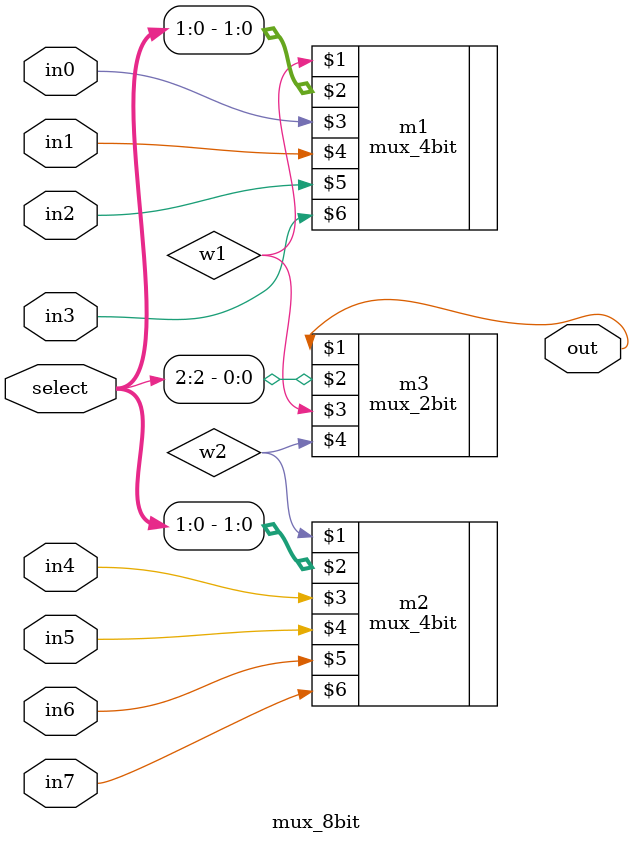
<source format=v>
module mux_8bit(out, select, in0, in1, in2, in3, in4, in5, in6, in7);
    input [2:0] select;
    input in0, in1, in2, in3, in4, in5, in6, in7;
    output out;

    wire w1, w2;

    mux_4bit m1(w1, select[1:0], in0, in1, in2, in3);
    mux_4bit m2(w2, select[1:0], in4, in5, in6, in7);
    mux_2bit m3(out, select[2], w1, w2);
endmodule
</source>
